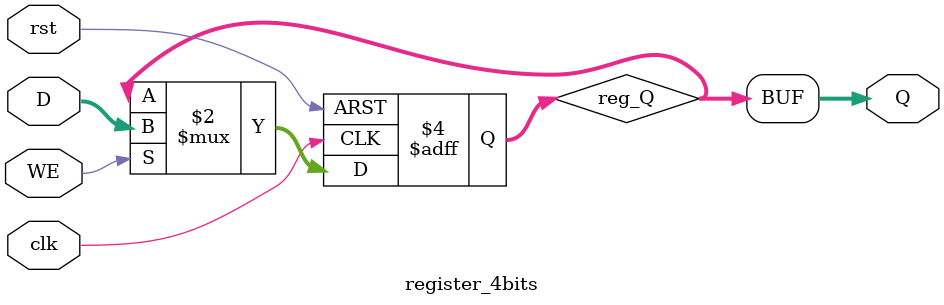
<source format=v>
module register_4bits 
(
    input   wire [3:0]      D,
    input   wire            WE,
    input   wire            clk,
    input   wire            rst,
    output  wire [3:0]      Q
);
    reg [3:0] reg_Q;
    
    always @(posedge clk or posedge rst)
    begin
        if (rst) 
        begin
            reg_Q <= 4'b0;
        end
        else 
        begin
            if (clk) 
            begin
                if (WE) 
                begin
                    reg_Q <= D;
                end
            end
        end
    end

    assign Q = reg_Q;
endmodule

</source>
